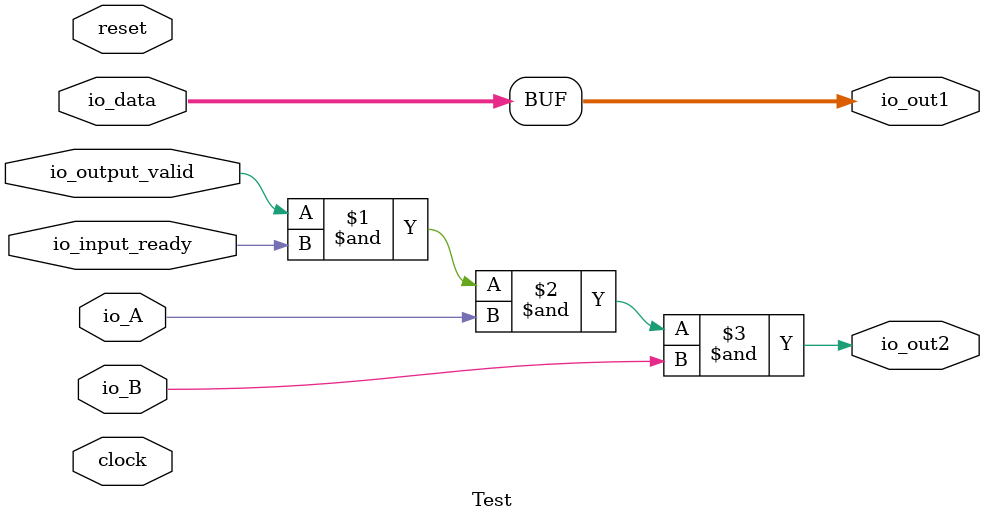
<source format=v>
module Test(
  input         clock,
  input         reset,
  input         io_A,
  input         io_B,
  input  [31:0] io_data,
  input         io_output_valid,
  input         io_input_ready,
  output [31:0] io_out1,
  output        io_out2
);
  assign io_out1 = io_data; // @[Test.scala 16:11]
  assign io_out2 = io_output_valid & io_input_ready & io_A & io_B; // @[Test.scala 17:56]
endmodule

</source>
